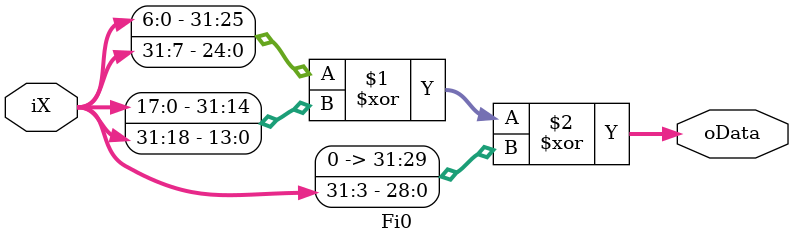
<source format=v>
module Fi0(
		input 		[31:0]iX,
		output		[31:0]oData
		);
		
	assign oData = {iX[6:0],iX[31:7]} ^ {iX[17:0],iX[31:18]} ^ {3'd0,iX[31:3]};
endmodule


</source>
